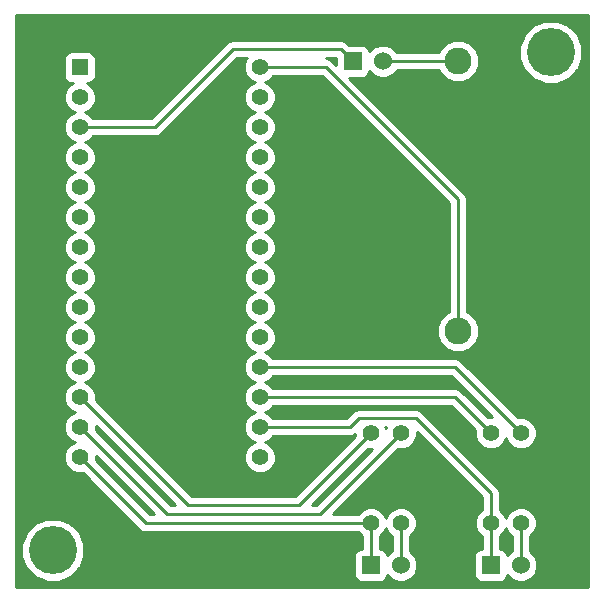
<source format=gbl>
From e7a6678e815b937e4658245bcd762d08d6f00e64 Mon Sep 17 00:00:00 2001
From: Trygve Laugstøl <trygvis@inamo.no>
Date: Thu, 15 Jan 2015 18:10:08 +0100
Subject: o Initial import.

---
 prototype-b/soil_moisture_board-B_Cu.gbl | 2831 ++++++++++++++++++++++++++++++
 1 file changed, 2831 insertions(+)
 create mode 100644 prototype-b/soil_moisture_board-B_Cu.gbl

(limited to 'prototype-b/soil_moisture_board-B_Cu.gbl')

diff --git a/prototype-b/soil_moisture_board-B_Cu.gbl b/prototype-b/soil_moisture_board-B_Cu.gbl
new file mode 100644
index 0000000..a02b67f
--- /dev/null
+++ b/prototype-b/soil_moisture_board-B_Cu.gbl
@@ -0,0 +1,2831 @@
+G04 (created by PCBNEW (22-Jun-2014 BZR 4027)-stable) date Wed 07 Jan 2015 20:43:52 CET*
+%MOIN*%
+G04 Gerber Fmt 3.4, Leading zero omitted, Abs format*
+%FSLAX34Y34*%
+G01*
+G70*
+G90*
+G04 APERTURE LIST*
+%ADD10C,0.00590551*%
+%ADD11R,0.055X0.055*%
+%ADD12C,0.055*%
+%ADD13R,0.06X0.06*%
+%ADD14C,0.06*%
+%ADD15C,0.09*%
+%ADD16C,0.16*%
+%ADD17C,0.01*%
+G04 APERTURE END LIST*
+G54D10*
+G54D11*
+X40800Y-33300D03*
+G54D12*
+X40800Y-34300D03*
+X40800Y-35300D03*
+X40800Y-36300D03*
+X40800Y-37300D03*
+X40800Y-38300D03*
+X40800Y-39300D03*
+X40800Y-40300D03*
+X40800Y-41300D03*
+X40800Y-42300D03*
+X40800Y-43300D03*
+X40800Y-44300D03*
+X40800Y-45300D03*
+X40800Y-46300D03*
+X46800Y-46300D03*
+X46800Y-45300D03*
+X46800Y-44300D03*
+X46800Y-43300D03*
+X46800Y-42300D03*
+X46800Y-41300D03*
+X46800Y-40300D03*
+X46800Y-39300D03*
+X46800Y-38300D03*
+X46800Y-37300D03*
+X46800Y-36300D03*
+X46800Y-35300D03*
+X46800Y-34300D03*
+X46800Y-33300D03*
+X51500Y-45500D03*
+X51500Y-48500D03*
+X50500Y-45500D03*
+X50500Y-48500D03*
+G54D13*
+X50500Y-49900D03*
+G54D14*
+X51500Y-49900D03*
+G54D12*
+X55500Y-45500D03*
+X55500Y-48500D03*
+X54500Y-45500D03*
+X54500Y-48500D03*
+G54D13*
+X49900Y-33100D03*
+G54D14*
+X50900Y-33100D03*
+G54D13*
+X54500Y-49900D03*
+G54D14*
+X55500Y-49900D03*
+G54D15*
+X53400Y-42100D03*
+X53400Y-33100D03*
+G54D16*
+X39900Y-49400D03*
+X56500Y-32800D03*
+G54D17*
+X46800Y-33300D02*
+X49000Y-33300D01*
+X53400Y-37700D02*
+X53400Y-42100D01*
+X49000Y-33300D02*
+X53400Y-37700D01*
+X40800Y-45300D02*
+X43700Y-48200D01*
+X48800Y-48200D02*
+X51500Y-45500D01*
+X43700Y-48200D02*
+X48800Y-48200D01*
+X46800Y-45300D02*
+X49800Y-45300D01*
+X54500Y-47500D02*
+X54500Y-48500D01*
+X52000Y-45000D02*
+X54500Y-47500D01*
+X50100Y-45000D02*
+X52000Y-45000D01*
+X49800Y-45300D02*
+X50100Y-45000D01*
+X54500Y-49900D02*
+X54500Y-48500D01*
+X46800Y-43300D02*
+X53300Y-43300D01*
+X53300Y-43300D02*
+X55500Y-45500D01*
+X55500Y-48500D02*
+X55500Y-49900D01*
+X50900Y-33100D02*
+X53400Y-33100D01*
+X40800Y-35300D02*
+X43300Y-35300D01*
+X49500Y-32700D02*
+X49900Y-33100D01*
+X45900Y-32700D02*
+X49500Y-32700D01*
+X43300Y-35300D02*
+X45900Y-32700D01*
+X51500Y-48500D02*
+X51500Y-49400D01*
+X51500Y-49400D02*
+X51500Y-49900D01*
+X50500Y-48500D02*
+X43000Y-48500D01*
+X43000Y-48500D02*
+X40800Y-46300D01*
+X50500Y-49400D02*
+X50500Y-49900D01*
+X50500Y-48500D02*
+X50500Y-49400D01*
+X46800Y-44300D02*
+X53300Y-44300D01*
+X53300Y-44300D02*
+X54500Y-45500D01*
+X40800Y-44300D02*
+X44400Y-47900D01*
+X48100Y-47900D02*
+X50500Y-45500D01*
+X44400Y-47900D02*
+X48100Y-47900D01*
+G54D10*
+G36*
+X43275Y-48200D02*
+X43124Y-48200D01*
+X41324Y-46400D01*
+X41325Y-46249D01*
+X43275Y-48200D01*
+X43275Y-48200D01*
+G37*
+G54D17*
+X43275Y-48200D02*
+X43124Y-48200D01*
+X41324Y-46400D01*
+X41325Y-46249D01*
+X43275Y-48200D01*
+G54D10*
+G36*
+X43975Y-47900D02*
+X43824Y-47900D01*
+X41324Y-45400D01*
+X41325Y-45249D01*
+X43975Y-47900D01*
+X43975Y-47900D01*
+G37*
+G54D17*
+X43975Y-47900D02*
+X43824Y-47900D01*
+X41324Y-45400D01*
+X41325Y-45249D01*
+X43975Y-47900D01*
+G54D10*
+G36*
+X49349Y-33225D02*
+X49212Y-33087D01*
+X49114Y-33022D01*
+X49000Y-33000D01*
+X49349Y-33000D01*
+X49349Y-33225D01*
+X49349Y-33225D01*
+G37*
+G54D17*
+X49349Y-33225D02*
+X49212Y-33087D01*
+X49114Y-33022D01*
+X49000Y-33000D01*
+X49349Y-33000D01*
+X49349Y-33225D01*
+G54D10*
+G36*
+X49974Y-45536D02*
+X49974Y-45600D01*
+X47975Y-47600D01*
+X44524Y-47600D01*
+X41324Y-44400D01*
+X41325Y-44196D01*
+X41245Y-44003D01*
+X41097Y-43855D01*
+X40971Y-43802D01*
+X41072Y-43760D01*
+X41074Y-43754D01*
+X41097Y-43745D01*
+X41244Y-43597D01*
+X41254Y-43574D01*
+X41260Y-43572D01*
+X41290Y-43487D01*
+X41324Y-43404D01*
+X41324Y-43389D01*
+X41329Y-43375D01*
+X41325Y-43285D01*
+X41325Y-43196D01*
+X41319Y-43182D01*
+X41318Y-43167D01*
+X41260Y-43027D01*
+X41254Y-43025D01*
+X41245Y-43003D01*
+X41097Y-42855D01*
+X41074Y-42845D01*
+X41072Y-42839D01*
+X40987Y-42809D01*
+X40971Y-42802D01*
+X41072Y-42760D01*
+X41074Y-42754D01*
+X41097Y-42745D01*
+X41244Y-42597D01*
+X41254Y-42574D01*
+X41260Y-42572D01*
+X41290Y-42487D01*
+X41324Y-42404D01*
+X41324Y-42389D01*
+X41329Y-42375D01*
+X41325Y-42285D01*
+X41325Y-42196D01*
+X41319Y-42182D01*
+X41318Y-42167D01*
+X41260Y-42027D01*
+X41254Y-42025D01*
+X41245Y-42003D01*
+X41097Y-41855D01*
+X41074Y-41845D01*
+X41072Y-41839D01*
+X40987Y-41809D01*
+X40971Y-41802D01*
+X41072Y-41760D01*
+X41074Y-41754D01*
+X41097Y-41745D01*
+X41244Y-41597D01*
+X41254Y-41574D01*
+X41260Y-41572D01*
+X41290Y-41487D01*
+X41324Y-41404D01*
+X41324Y-41389D01*
+X41329Y-41375D01*
+X41325Y-41285D01*
+X41325Y-41196D01*
+X41319Y-41182D01*
+X41318Y-41167D01*
+X41260Y-41027D01*
+X41254Y-41025D01*
+X41245Y-41003D01*
+X41097Y-40855D01*
+X41074Y-40845D01*
+X41072Y-40839D01*
+X40987Y-40809D01*
+X40971Y-40802D01*
+X41072Y-40760D01*
+X41074Y-40754D01*
+X41097Y-40745D01*
+X41244Y-40597D01*
+X41254Y-40574D01*
+X41260Y-40572D01*
+X41290Y-40487D01*
+X41324Y-40404D01*
+X41324Y-40389D01*
+X41329Y-40375D01*
+X41325Y-40285D01*
+X41325Y-40196D01*
+X41319Y-40182D01*
+X41318Y-40167D01*
+X41260Y-40027D01*
+X41254Y-40025D01*
+X41245Y-40003D01*
+X41097Y-39855D01*
+X41074Y-39845D01*
+X41072Y-39839D01*
+X40987Y-39809D01*
+X40971Y-39802D01*
+X41072Y-39760D01*
+X41074Y-39754D01*
+X41097Y-39745D01*
+X41244Y-39597D01*
+X41254Y-39574D01*
+X41260Y-39572D01*
+X41290Y-39487D01*
+X41324Y-39404D01*
+X41324Y-39389D01*
+X41329Y-39375D01*
+X41325Y-39285D01*
+X41325Y-39196D01*
+X41319Y-39182D01*
+X41318Y-39167D01*
+X41260Y-39027D01*
+X41254Y-39025D01*
+X41245Y-39003D01*
+X41097Y-38855D01*
+X41074Y-38845D01*
+X41072Y-38839D01*
+X40987Y-38809D01*
+X40971Y-38802D01*
+X41072Y-38760D01*
+X41074Y-38754D01*
+X41097Y-38745D01*
+X41244Y-38597D01*
+X41254Y-38574D01*
+X41260Y-38572D01*
+X41290Y-38487D01*
+X41324Y-38404D01*
+X41324Y-38389D01*
+X41329Y-38375D01*
+X41325Y-38285D01*
+X41325Y-38196D01*
+X41319Y-38182D01*
+X41318Y-38167D01*
+X41260Y-38027D01*
+X41254Y-38025D01*
+X41245Y-38003D01*
+X41097Y-37855D01*
+X41074Y-37845D01*
+X41072Y-37839D01*
+X40987Y-37809D01*
+X40971Y-37802D01*
+X41072Y-37760D01*
+X41074Y-37754D01*
+X41097Y-37745D01*
+X41244Y-37597D01*
+X41254Y-37574D01*
+X41260Y-37572D01*
+X41290Y-37487D01*
+X41324Y-37404D01*
+X41324Y-37389D01*
+X41329Y-37375D01*
+X41325Y-37285D01*
+X41325Y-37196D01*
+X41319Y-37182D01*
+X41318Y-37167D01*
+X41260Y-37027D01*
+X41254Y-37025D01*
+X41245Y-37003D01*
+X41097Y-36855D01*
+X41074Y-36845D01*
+X41072Y-36839D01*
+X40987Y-36809D01*
+X40971Y-36802D01*
+X41072Y-36760D01*
+X41074Y-36754D01*
+X41097Y-36745D01*
+X41244Y-36597D01*
+X41254Y-36574D01*
+X41260Y-36572D01*
+X41290Y-36487D01*
+X41324Y-36404D01*
+X41324Y-36389D01*
+X41329Y-36375D01*
+X41325Y-36285D01*
+X41325Y-36196D01*
+X41319Y-36182D01*
+X41318Y-36167D01*
+X41260Y-36027D01*
+X41254Y-36025D01*
+X41245Y-36003D01*
+X41097Y-35855D01*
+X41074Y-35845D01*
+X41072Y-35839D01*
+X40987Y-35809D01*
+X40964Y-35799D01*
+X41097Y-35745D01*
+X41242Y-35600D01*
+X43300Y-35600D01*
+X43300Y-35599D01*
+X43414Y-35577D01*
+X43414Y-35577D01*
+X43512Y-35512D01*
+X46024Y-33000D01*
+X46357Y-33000D01*
+X46355Y-33002D01*
+X46275Y-33195D01*
+X46274Y-33403D01*
+X46354Y-33597D01*
+X46502Y-33744D01*
+X46635Y-33800D01*
+X46503Y-33854D01*
+X46355Y-34002D01*
+X46275Y-34195D01*
+X46274Y-34403D01*
+X46354Y-34597D01*
+X46502Y-34744D01*
+X46635Y-34800D01*
+X46503Y-34854D01*
+X46355Y-35002D01*
+X46275Y-35195D01*
+X46274Y-35403D01*
+X46354Y-35597D01*
+X46502Y-35744D01*
+X46628Y-35797D01*
+X46527Y-35839D01*
+X46525Y-35845D01*
+X46503Y-35854D01*
+X46355Y-36002D01*
+X46345Y-36025D01*
+X46339Y-36027D01*
+X46309Y-36112D01*
+X46275Y-36195D01*
+X46275Y-36210D01*
+X46270Y-36224D01*
+X46274Y-36314D01*
+X46274Y-36403D01*
+X46280Y-36417D01*
+X46281Y-36432D01*
+X46339Y-36572D01*
+X46345Y-36574D01*
+X46354Y-36597D01*
+X46502Y-36744D01*
+X46525Y-36754D01*
+X46527Y-36760D01*
+X46612Y-36790D01*
+X46628Y-36797D01*
+X46527Y-36839D01*
+X46525Y-36845D01*
+X46503Y-36854D01*
+X46355Y-37002D01*
+X46345Y-37025D01*
+X46339Y-37027D01*
+X46309Y-37112D01*
+X46275Y-37195D01*
+X46275Y-37210D01*
+X46270Y-37224D01*
+X46274Y-37314D01*
+X46274Y-37403D01*
+X46280Y-37417D01*
+X46281Y-37432D01*
+X46339Y-37572D01*
+X46345Y-37574D01*
+X46354Y-37597D01*
+X46502Y-37744D01*
+X46525Y-37754D01*
+X46527Y-37760D01*
+X46612Y-37790D01*
+X46628Y-37797D01*
+X46527Y-37839D01*
+X46525Y-37845D01*
+X46503Y-37854D01*
+X46355Y-38002D01*
+X46345Y-38025D01*
+X46339Y-38027D01*
+X46309Y-38112D01*
+X46275Y-38195D01*
+X46275Y-38210D01*
+X46270Y-38224D01*
+X46274Y-38314D01*
+X46274Y-38403D01*
+X46280Y-38417D01*
+X46281Y-38432D01*
+X46339Y-38572D01*
+X46345Y-38574D01*
+X46354Y-38597D01*
+X46502Y-38744D01*
+X46525Y-38754D01*
+X46527Y-38760D01*
+X46612Y-38790D01*
+X46628Y-38797D01*
+X46527Y-38839D01*
+X46525Y-38845D01*
+X46503Y-38854D01*
+X46355Y-39002D01*
+X46345Y-39025D01*
+X46339Y-39027D01*
+X46309Y-39112D01*
+X46275Y-39195D01*
+X46275Y-39210D01*
+X46270Y-39224D01*
+X46274Y-39314D01*
+X46274Y-39403D01*
+X46280Y-39417D01*
+X46281Y-39432D01*
+X46339Y-39572D01*
+X46345Y-39574D01*
+X46354Y-39597D01*
+X46502Y-39744D01*
+X46525Y-39754D01*
+X46527Y-39760D01*
+X46612Y-39790D01*
+X46628Y-39797D01*
+X46527Y-39839D01*
+X46525Y-39845D01*
+X46503Y-39854D01*
+X46355Y-40002D01*
+X46345Y-40025D01*
+X46339Y-40027D01*
+X46309Y-40112D01*
+X46275Y-40195D01*
+X46275Y-40210D01*
+X46270Y-40224D01*
+X46274Y-40314D01*
+X46274Y-40403D01*
+X46280Y-40417D01*
+X46281Y-40432D01*
+X46339Y-40572D01*
+X46345Y-40574D01*
+X46354Y-40597D01*
+X46502Y-40744D01*
+X46525Y-40754D01*
+X46527Y-40760D01*
+X46612Y-40790D01*
+X46628Y-40797D01*
+X46527Y-40839D01*
+X46525Y-40845D01*
+X46503Y-40854D01*
+X46355Y-41002D01*
+X46345Y-41025D01*
+X46339Y-41027D01*
+X46309Y-41112D01*
+X46275Y-41195D01*
+X46275Y-41210D01*
+X46270Y-41224D01*
+X46274Y-41314D01*
+X46274Y-41403D01*
+X46280Y-41417D01*
+X46281Y-41432D01*
+X46339Y-41572D01*
+X46345Y-41574D01*
+X46354Y-41597D01*
+X46502Y-41744D01*
+X46525Y-41754D01*
+X46527Y-41760D01*
+X46612Y-41790D01*
+X46628Y-41797D01*
+X46527Y-41839D01*
+X46525Y-41845D01*
+X46503Y-41854D01*
+X46355Y-42002D01*
+X46345Y-42025D01*
+X46339Y-42027D01*
+X46309Y-42112D01*
+X46275Y-42195D01*
+X46275Y-42210D01*
+X46270Y-42224D01*
+X46274Y-42314D01*
+X46274Y-42403D01*
+X46280Y-42417D01*
+X46281Y-42432D01*
+X46339Y-42572D01*
+X46345Y-42574D01*
+X46354Y-42597D01*
+X46502Y-42744D01*
+X46525Y-42754D01*
+X46527Y-42760D01*
+X46612Y-42790D01*
+X46635Y-42800D01*
+X46503Y-42854D01*
+X46355Y-43002D01*
+X46275Y-43195D01*
+X46274Y-43403D01*
+X46354Y-43597D01*
+X46502Y-43744D01*
+X46635Y-43800D01*
+X46503Y-43854D01*
+X46355Y-44002D01*
+X46275Y-44195D01*
+X46274Y-44403D01*
+X46354Y-44597D01*
+X46502Y-44744D01*
+X46635Y-44800D01*
+X46503Y-44854D01*
+X46355Y-45002D01*
+X46275Y-45195D01*
+X46274Y-45403D01*
+X46354Y-45597D01*
+X46502Y-45744D01*
+X46628Y-45797D01*
+X46527Y-45839D01*
+X46525Y-45845D01*
+X46503Y-45854D01*
+X46355Y-46002D01*
+X46345Y-46025D01*
+X46339Y-46027D01*
+X46309Y-46112D01*
+X46275Y-46195D01*
+X46275Y-46210D01*
+X46270Y-46224D01*
+X46274Y-46314D01*
+X46274Y-46403D01*
+X46280Y-46417D01*
+X46281Y-46432D01*
+X46339Y-46572D01*
+X46345Y-46574D01*
+X46354Y-46597D01*
+X46502Y-46744D01*
+X46525Y-46754D01*
+X46527Y-46760D01*
+X46612Y-46790D01*
+X46695Y-46824D01*
+X46710Y-46824D01*
+X46724Y-46829D01*
+X46814Y-46825D01*
+X46903Y-46825D01*
+X46917Y-46819D01*
+X46932Y-46818D01*
+X47072Y-46760D01*
+X47074Y-46754D01*
+X47097Y-46745D01*
+X47244Y-46597D01*
+X47254Y-46574D01*
+X47260Y-46572D01*
+X47290Y-46487D01*
+X47324Y-46404D01*
+X47324Y-46389D01*
+X47329Y-46375D01*
+X47325Y-46285D01*
+X47325Y-46196D01*
+X47319Y-46182D01*
+X47318Y-46167D01*
+X47260Y-46027D01*
+X47254Y-46025D01*
+X47245Y-46003D01*
+X47097Y-45855D01*
+X47074Y-45845D01*
+X47072Y-45839D01*
+X46987Y-45809D01*
+X46964Y-45799D01*
+X47097Y-45745D01*
+X47242Y-45600D01*
+X49800Y-45600D01*
+X49800Y-45599D01*
+X49914Y-45577D01*
+X49914Y-45577D01*
+X49974Y-45536D01*
+X49974Y-45536D01*
+G37*
+G54D17*
+X49974Y-45536D02*
+X49974Y-45600D01*
+X47975Y-47600D01*
+X44524Y-47600D01*
+X41324Y-44400D01*
+X41325Y-44196D01*
+X41245Y-44003D01*
+X41097Y-43855D01*
+X40971Y-43802D01*
+X41072Y-43760D01*
+X41074Y-43754D01*
+X41097Y-43745D01*
+X41244Y-43597D01*
+X41254Y-43574D01*
+X41260Y-43572D01*
+X41290Y-43487D01*
+X41324Y-43404D01*
+X41324Y-43389D01*
+X41329Y-43375D01*
+X41325Y-43285D01*
+X41325Y-43196D01*
+X41319Y-43182D01*
+X41318Y-43167D01*
+X41260Y-43027D01*
+X41254Y-43025D01*
+X41245Y-43003D01*
+X41097Y-42855D01*
+X41074Y-42845D01*
+X41072Y-42839D01*
+X40987Y-42809D01*
+X40971Y-42802D01*
+X41072Y-42760D01*
+X41074Y-42754D01*
+X41097Y-42745D01*
+X41244Y-42597D01*
+X41254Y-42574D01*
+X41260Y-42572D01*
+X41290Y-42487D01*
+X41324Y-42404D01*
+X41324Y-42389D01*
+X41329Y-42375D01*
+X41325Y-42285D01*
+X41325Y-42196D01*
+X41319Y-42182D01*
+X41318Y-42167D01*
+X41260Y-42027D01*
+X41254Y-42025D01*
+X41245Y-42003D01*
+X41097Y-41855D01*
+X41074Y-41845D01*
+X41072Y-41839D01*
+X40987Y-41809D01*
+X40971Y-41802D01*
+X41072Y-41760D01*
+X41074Y-41754D01*
+X41097Y-41745D01*
+X41244Y-41597D01*
+X41254Y-41574D01*
+X41260Y-41572D01*
+X41290Y-41487D01*
+X41324Y-41404D01*
+X41324Y-41389D01*
+X41329Y-41375D01*
+X41325Y-41285D01*
+X41325Y-41196D01*
+X41319Y-41182D01*
+X41318Y-41167D01*
+X41260Y-41027D01*
+X41254Y-41025D01*
+X41245Y-41003D01*
+X41097Y-40855D01*
+X41074Y-40845D01*
+X41072Y-40839D01*
+X40987Y-40809D01*
+X40971Y-40802D01*
+X41072Y-40760D01*
+X41074Y-40754D01*
+X41097Y-40745D01*
+X41244Y-40597D01*
+X41254Y-40574D01*
+X41260Y-40572D01*
+X41290Y-40487D01*
+X41324Y-40404D01*
+X41324Y-40389D01*
+X41329Y-40375D01*
+X41325Y-40285D01*
+X41325Y-40196D01*
+X41319Y-40182D01*
+X41318Y-40167D01*
+X41260Y-40027D01*
+X41254Y-40025D01*
+X41245Y-40003D01*
+X41097Y-39855D01*
+X41074Y-39845D01*
+X41072Y-39839D01*
+X40987Y-39809D01*
+X40971Y-39802D01*
+X41072Y-39760D01*
+X41074Y-39754D01*
+X41097Y-39745D01*
+X41244Y-39597D01*
+X41254Y-39574D01*
+X41260Y-39572D01*
+X41290Y-39487D01*
+X41324Y-39404D01*
+X41324Y-39389D01*
+X41329Y-39375D01*
+X41325Y-39285D01*
+X41325Y-39196D01*
+X41319Y-39182D01*
+X41318Y-39167D01*
+X41260Y-39027D01*
+X41254Y-39025D01*
+X41245Y-39003D01*
+X41097Y-38855D01*
+X41074Y-38845D01*
+X41072Y-38839D01*
+X40987Y-38809D01*
+X40971Y-38802D01*
+X41072Y-38760D01*
+X41074Y-38754D01*
+X41097Y-38745D01*
+X41244Y-38597D01*
+X41254Y-38574D01*
+X41260Y-38572D01*
+X41290Y-38487D01*
+X41324Y-38404D01*
+X41324Y-38389D01*
+X41329Y-38375D01*
+X41325Y-38285D01*
+X41325Y-38196D01*
+X41319Y-38182D01*
+X41318Y-38167D01*
+X41260Y-38027D01*
+X41254Y-38025D01*
+X41245Y-38003D01*
+X41097Y-37855D01*
+X41074Y-37845D01*
+X41072Y-37839D01*
+X40987Y-37809D01*
+X40971Y-37802D01*
+X41072Y-37760D01*
+X41074Y-37754D01*
+X41097Y-37745D01*
+X41244Y-37597D01*
+X41254Y-37574D01*
+X41260Y-37572D01*
+X41290Y-37487D01*
+X41324Y-37404D01*
+X41324Y-37389D01*
+X41329Y-37375D01*
+X41325Y-37285D01*
+X41325Y-37196D01*
+X41319Y-37182D01*
+X41318Y-37167D01*
+X41260Y-37027D01*
+X41254Y-37025D01*
+X41245Y-37003D01*
+X41097Y-36855D01*
+X41074Y-36845D01*
+X41072Y-36839D01*
+X40987Y-36809D01*
+X40971Y-36802D01*
+X41072Y-36760D01*
+X41074Y-36754D01*
+X41097Y-36745D01*
+X41244Y-36597D01*
+X41254Y-36574D01*
+X41260Y-36572D01*
+X41290Y-36487D01*
+X41324Y-36404D01*
+X41324Y-36389D01*
+X41329Y-36375D01*
+X41325Y-36285D01*
+X41325Y-36196D01*
+X41319Y-36182D01*
+X41318Y-36167D01*
+X41260Y-36027D01*
+X41254Y-36025D01*
+X41245Y-36003D01*
+X41097Y-35855D01*
+X41074Y-35845D01*
+X41072Y-35839D01*
+X40987Y-35809D01*
+X40964Y-35799D01*
+X41097Y-35745D01*
+X41242Y-35600D01*
+X43300Y-35600D01*
+X43300Y-35599D01*
+X43414Y-35577D01*
+X43414Y-35577D01*
+X43512Y-35512D01*
+X46024Y-33000D01*
+X46357Y-33000D01*
+X46355Y-33002D01*
+X46275Y-33195D01*
+X46274Y-33403D01*
+X46354Y-33597D01*
+X46502Y-33744D01*
+X46635Y-33800D01*
+X46503Y-33854D01*
+X46355Y-34002D01*
+X46275Y-34195D01*
+X46274Y-34403D01*
+X46354Y-34597D01*
+X46502Y-34744D01*
+X46635Y-34800D01*
+X46503Y-34854D01*
+X46355Y-35002D01*
+X46275Y-35195D01*
+X46274Y-35403D01*
+X46354Y-35597D01*
+X46502Y-35744D01*
+X46628Y-35797D01*
+X46527Y-35839D01*
+X46525Y-35845D01*
+X46503Y-35854D01*
+X46355Y-36002D01*
+X46345Y-36025D01*
+X46339Y-36027D01*
+X46309Y-36112D01*
+X46275Y-36195D01*
+X46275Y-36210D01*
+X46270Y-36224D01*
+X46274Y-36314D01*
+X46274Y-36403D01*
+X46280Y-36417D01*
+X46281Y-36432D01*
+X46339Y-36572D01*
+X46345Y-36574D01*
+X46354Y-36597D01*
+X46502Y-36744D01*
+X46525Y-36754D01*
+X46527Y-36760D01*
+X46612Y-36790D01*
+X46628Y-36797D01*
+X46527Y-36839D01*
+X46525Y-36845D01*
+X46503Y-36854D01*
+X46355Y-37002D01*
+X46345Y-37025D01*
+X46339Y-37027D01*
+X46309Y-37112D01*
+X46275Y-37195D01*
+X46275Y-37210D01*
+X46270Y-37224D01*
+X46274Y-37314D01*
+X46274Y-37403D01*
+X46280Y-37417D01*
+X46281Y-37432D01*
+X46339Y-37572D01*
+X46345Y-37574D01*
+X46354Y-37597D01*
+X46502Y-37744D01*
+X46525Y-37754D01*
+X46527Y-37760D01*
+X46612Y-37790D01*
+X46628Y-37797D01*
+X46527Y-37839D01*
+X46525Y-37845D01*
+X46503Y-37854D01*
+X46355Y-38002D01*
+X46345Y-38025D01*
+X46339Y-38027D01*
+X46309Y-38112D01*
+X46275Y-38195D01*
+X46275Y-38210D01*
+X46270Y-38224D01*
+X46274Y-38314D01*
+X46274Y-38403D01*
+X46280Y-38417D01*
+X46281Y-38432D01*
+X46339Y-38572D01*
+X46345Y-38574D01*
+X46354Y-38597D01*
+X46502Y-38744D01*
+X46525Y-38754D01*
+X46527Y-38760D01*
+X46612Y-38790D01*
+X46628Y-38797D01*
+X46527Y-38839D01*
+X46525Y-38845D01*
+X46503Y-38854D01*
+X46355Y-39002D01*
+X46345Y-39025D01*
+X46339Y-39027D01*
+X46309Y-39112D01*
+X46275Y-39195D01*
+X46275Y-39210D01*
+X46270Y-39224D01*
+X46274Y-39314D01*
+X46274Y-39403D01*
+X46280Y-39417D01*
+X46281Y-39432D01*
+X46339Y-39572D01*
+X46345Y-39574D01*
+X46354Y-39597D01*
+X46502Y-39744D01*
+X46525Y-39754D01*
+X46527Y-39760D01*
+X46612Y-39790D01*
+X46628Y-39797D01*
+X46527Y-39839D01*
+X46525Y-39845D01*
+X46503Y-39854D01*
+X46355Y-40002D01*
+X46345Y-40025D01*
+X46339Y-40027D01*
+X46309Y-40112D01*
+X46275Y-40195D01*
+X46275Y-40210D01*
+X46270Y-40224D01*
+X46274Y-40314D01*
+X46274Y-40403D01*
+X46280Y-40417D01*
+X46281Y-40432D01*
+X46339Y-40572D01*
+X46345Y-40574D01*
+X46354Y-40597D01*
+X46502Y-40744D01*
+X46525Y-40754D01*
+X46527Y-40760D01*
+X46612Y-40790D01*
+X46628Y-40797D01*
+X46527Y-40839D01*
+X46525Y-40845D01*
+X46503Y-40854D01*
+X46355Y-41002D01*
+X46345Y-41025D01*
+X46339Y-41027D01*
+X46309Y-41112D01*
+X46275Y-41195D01*
+X46275Y-41210D01*
+X46270Y-41224D01*
+X46274Y-41314D01*
+X46274Y-41403D01*
+X46280Y-41417D01*
+X46281Y-41432D01*
+X46339Y-41572D01*
+X46345Y-41574D01*
+X46354Y-41597D01*
+X46502Y-41744D01*
+X46525Y-41754D01*
+X46527Y-41760D01*
+X46612Y-41790D01*
+X46628Y-41797D01*
+X46527Y-41839D01*
+X46525Y-41845D01*
+X46503Y-41854D01*
+X46355Y-42002D01*
+X46345Y-42025D01*
+X46339Y-42027D01*
+X46309Y-42112D01*
+X46275Y-42195D01*
+X46275Y-42210D01*
+X46270Y-42224D01*
+X46274Y-42314D01*
+X46274Y-42403D01*
+X46280Y-42417D01*
+X46281Y-42432D01*
+X46339Y-42572D01*
+X46345Y-42574D01*
+X46354Y-42597D01*
+X46502Y-42744D01*
+X46525Y-42754D01*
+X46527Y-42760D01*
+X46612Y-42790D01*
+X46635Y-42800D01*
+X46503Y-42854D01*
+X46355Y-43002D01*
+X46275Y-43195D01*
+X46274Y-43403D01*
+X46354Y-43597D01*
+X46502Y-43744D01*
+X46635Y-43800D01*
+X46503Y-43854D01*
+X46355Y-44002D01*
+X46275Y-44195D01*
+X46274Y-44403D01*
+X46354Y-44597D01*
+X46502Y-44744D01*
+X46635Y-44800D01*
+X46503Y-44854D01*
+X46355Y-45002D01*
+X46275Y-45195D01*
+X46274Y-45403D01*
+X46354Y-45597D01*
+X46502Y-45744D01*
+X46628Y-45797D01*
+X46527Y-45839D01*
+X46525Y-45845D01*
+X46503Y-45854D01*
+X46355Y-46002D01*
+X46345Y-46025D01*
+X46339Y-46027D01*
+X46309Y-46112D01*
+X46275Y-46195D01*
+X46275Y-46210D01*
+X46270Y-46224D01*
+X46274Y-46314D01*
+X46274Y-46403D01*
+X46280Y-46417D01*
+X46281Y-46432D01*
+X46339Y-46572D01*
+X46345Y-46574D01*
+X46354Y-46597D01*
+X46502Y-46744D01*
+X46525Y-46754D01*
+X46527Y-46760D01*
+X46612Y-46790D01*
+X46695Y-46824D01*
+X46710Y-46824D01*
+X46724Y-46829D01*
+X46814Y-46825D01*
+X46903Y-46825D01*
+X46917Y-46819D01*
+X46932Y-46818D01*
+X47072Y-46760D01*
+X47074Y-46754D01*
+X47097Y-46745D01*
+X47244Y-46597D01*
+X47254Y-46574D01*
+X47260Y-46572D01*
+X47290Y-46487D01*
+X47324Y-46404D01*
+X47324Y-46389D01*
+X47329Y-46375D01*
+X47325Y-46285D01*
+X47325Y-46196D01*
+X47319Y-46182D01*
+X47318Y-46167D01*
+X47260Y-46027D01*
+X47254Y-46025D01*
+X47245Y-46003D01*
+X47097Y-45855D01*
+X47074Y-45845D01*
+X47072Y-45839D01*
+X46987Y-45809D01*
+X46964Y-45799D01*
+X47097Y-45745D01*
+X47242Y-45600D01*
+X49800Y-45600D01*
+X49800Y-45599D01*
+X49914Y-45577D01*
+X49914Y-45577D01*
+X49974Y-45536D01*
+G54D10*
+G36*
+X50550Y-46025D02*
+X48675Y-47900D01*
+X48524Y-47900D01*
+X50399Y-46024D01*
+X50550Y-46025D01*
+X50550Y-46025D01*
+G37*
+G54D17*
+X50550Y-46025D02*
+X48675Y-47900D01*
+X48524Y-47900D01*
+X50399Y-46024D01*
+X50550Y-46025D01*
+G54D10*
+G36*
+X51014Y-45300D02*
+X50999Y-45335D01*
+X50985Y-45300D01*
+X51014Y-45300D01*
+X51014Y-45300D01*
+G37*
+G54D17*
+X51014Y-45300D02*
+X50999Y-45335D01*
+X50985Y-45300D01*
+X51014Y-45300D01*
+G54D10*
+G36*
+X51200Y-49428D02*
+X51188Y-49433D01*
+X51050Y-49572D01*
+X51050Y-49550D01*
+X51012Y-49458D01*
+X50941Y-49388D01*
+X50849Y-49350D01*
+X50800Y-49350D01*
+X50800Y-48942D01*
+X50944Y-48797D01*
+X51000Y-48664D01*
+X51054Y-48797D01*
+X51200Y-48942D01*
+X51200Y-49400D01*
+X51200Y-49428D01*
+X51200Y-49428D01*
+G37*
+G54D17*
+X51200Y-49428D02*
+X51188Y-49433D01*
+X51050Y-49572D01*
+X51050Y-49550D01*
+X51012Y-49458D01*
+X50941Y-49388D01*
+X50849Y-49350D01*
+X50800Y-49350D01*
+X50800Y-48942D01*
+X50944Y-48797D01*
+X51000Y-48664D01*
+X51054Y-48797D01*
+X51200Y-48942D01*
+X51200Y-49400D01*
+X51200Y-49428D01*
+G54D10*
+G36*
+X54550Y-44975D02*
+X54399Y-44974D01*
+X53512Y-44087D01*
+X53414Y-44022D01*
+X53300Y-44000D01*
+X47242Y-44000D01*
+X47097Y-43855D01*
+X46964Y-43799D01*
+X47097Y-43745D01*
+X47242Y-43600D01*
+X53175Y-43600D01*
+X54550Y-44975D01*
+X54550Y-44975D01*
+G37*
+G54D17*
+X54550Y-44975D02*
+X54399Y-44974D01*
+X53512Y-44087D01*
+X53414Y-44022D01*
+X53300Y-44000D01*
+X47242Y-44000D01*
+X47097Y-43855D01*
+X46964Y-43799D01*
+X47097Y-43745D01*
+X47242Y-43600D01*
+X53175Y-43600D01*
+X54550Y-44975D01*
+G54D10*
+G36*
+X55200Y-49428D02*
+X55188Y-49433D01*
+X55050Y-49572D01*
+X55050Y-49550D01*
+X55012Y-49458D01*
+X54941Y-49388D01*
+X54849Y-49350D01*
+X54800Y-49350D01*
+X54800Y-48942D01*
+X54944Y-48797D01*
+X55000Y-48664D01*
+X55054Y-48797D01*
+X55200Y-48942D01*
+X55200Y-49428D01*
+X55200Y-49428D01*
+G37*
+G54D17*
+X55200Y-49428D02*
+X55188Y-49433D01*
+X55050Y-49572D01*
+X55050Y-49550D01*
+X55012Y-49458D01*
+X54941Y-49388D01*
+X54849Y-49350D01*
+X54800Y-49350D01*
+X54800Y-48942D01*
+X54944Y-48797D01*
+X55000Y-48664D01*
+X55054Y-48797D01*
+X55200Y-48942D01*
+X55200Y-49428D01*
+G54D10*
+G36*
+X57730Y-50630D02*
+X57551Y-50630D01*
+X57551Y-33001D01*
+X57550Y-32796D01*
+X57550Y-32592D01*
+X57548Y-32587D01*
+X57548Y-32583D01*
+X57394Y-32211D01*
+X57392Y-32210D01*
+X57390Y-32206D01*
+X57095Y-31910D01*
+X57089Y-31907D01*
+X57088Y-31905D01*
+X56898Y-31828D01*
+X56709Y-31750D01*
+X56705Y-31750D01*
+X56701Y-31748D01*
+X56496Y-31749D01*
+X56292Y-31749D01*
+X56287Y-31751D01*
+X56283Y-31751D01*
+X55911Y-31905D01*
+X55910Y-31907D01*
+X55906Y-31909D01*
+X55610Y-32204D01*
+X55607Y-32210D01*
+X55605Y-32211D01*
+X55528Y-32401D01*
+X55450Y-32590D01*
+X55450Y-32594D01*
+X55448Y-32598D01*
+X55449Y-32803D01*
+X55449Y-33007D01*
+X55451Y-33012D01*
+X55451Y-33016D01*
+X55605Y-33388D01*
+X55607Y-33389D01*
+X55609Y-33394D01*
+X55904Y-33689D01*
+X55910Y-33692D01*
+X55911Y-33694D01*
+X56101Y-33771D01*
+X56290Y-33849D01*
+X56294Y-33849D01*
+X56298Y-33851D01*
+X56503Y-33850D01*
+X56707Y-33850D01*
+X56712Y-33848D01*
+X56716Y-33848D01*
+X57088Y-33694D01*
+X57089Y-33692D01*
+X57094Y-33690D01*
+X57389Y-33395D01*
+X57392Y-33389D01*
+X57394Y-33388D01*
+X57471Y-33198D01*
+X57549Y-33009D01*
+X57549Y-33005D01*
+X57551Y-33001D01*
+X57551Y-50630D01*
+X56050Y-50630D01*
+X56050Y-49791D01*
+X55966Y-49588D01*
+X55811Y-49434D01*
+X55800Y-49429D01*
+X55800Y-48942D01*
+X55944Y-48797D01*
+X56024Y-48604D01*
+X56025Y-48396D01*
+X55945Y-48203D01*
+X55797Y-48055D01*
+X55604Y-47975D01*
+X55396Y-47974D01*
+X55203Y-48054D01*
+X55055Y-48202D01*
+X54999Y-48335D01*
+X54945Y-48203D01*
+X54800Y-48057D01*
+X54800Y-47500D01*
+X54777Y-47385D01*
+X54712Y-47287D01*
+X52212Y-44787D01*
+X52114Y-44722D01*
+X52000Y-44700D01*
+X50100Y-44700D01*
+X49985Y-44722D01*
+X49887Y-44787D01*
+X49675Y-45000D01*
+X47242Y-45000D01*
+X47097Y-44855D01*
+X46964Y-44799D01*
+X47097Y-44745D01*
+X47242Y-44600D01*
+X53175Y-44600D01*
+X53975Y-45399D01*
+X53974Y-45603D01*
+X54054Y-45797D01*
+X54202Y-45944D01*
+X54395Y-46024D01*
+X54603Y-46025D01*
+X54797Y-45945D01*
+X54944Y-45797D01*
+X55000Y-45664D01*
+X55054Y-45797D01*
+X55202Y-45944D01*
+X55395Y-46024D01*
+X55603Y-46025D01*
+X55797Y-45945D01*
+X55944Y-45797D01*
+X56024Y-45604D01*
+X56025Y-45396D01*
+X55945Y-45203D01*
+X55797Y-45055D01*
+X55604Y-44975D01*
+X55399Y-44974D01*
+X53512Y-43087D01*
+X53414Y-43022D01*
+X53300Y-43000D01*
+X47242Y-43000D01*
+X47097Y-42855D01*
+X46971Y-42802D01*
+X47072Y-42760D01*
+X47074Y-42754D01*
+X47097Y-42745D01*
+X47244Y-42597D01*
+X47254Y-42574D01*
+X47260Y-42572D01*
+X47290Y-42487D01*
+X47324Y-42404D01*
+X47324Y-42389D01*
+X47329Y-42375D01*
+X47325Y-42285D01*
+X47325Y-42196D01*
+X47319Y-42182D01*
+X47318Y-42167D01*
+X47260Y-42027D01*
+X47254Y-42025D01*
+X47245Y-42003D01*
+X47097Y-41855D01*
+X47074Y-41845D01*
+X47072Y-41839D01*
+X46987Y-41809D01*
+X46971Y-41802D01*
+X47072Y-41760D01*
+X47074Y-41754D01*
+X47097Y-41745D01*
+X47244Y-41597D01*
+X47254Y-41574D01*
+X47260Y-41572D01*
+X47290Y-41487D01*
+X47324Y-41404D01*
+X47324Y-41389D01*
+X47329Y-41375D01*
+X47325Y-41285D01*
+X47325Y-41196D01*
+X47319Y-41182D01*
+X47318Y-41167D01*
+X47260Y-41027D01*
+X47254Y-41025D01*
+X47245Y-41003D01*
+X47097Y-40855D01*
+X47074Y-40845D01*
+X47072Y-40839D01*
+X46987Y-40809D01*
+X46971Y-40802D01*
+X47072Y-40760D01*
+X47074Y-40754D01*
+X47097Y-40745D01*
+X47244Y-40597D01*
+X47254Y-40574D01*
+X47260Y-40572D01*
+X47290Y-40487D01*
+X47324Y-40404D01*
+X47324Y-40389D01*
+X47329Y-40375D01*
+X47325Y-40285D01*
+X47325Y-40196D01*
+X47319Y-40182D01*
+X47318Y-40167D01*
+X47260Y-40027D01*
+X47254Y-40025D01*
+X47245Y-40003D01*
+X47097Y-39855D01*
+X47074Y-39845D01*
+X47072Y-39839D01*
+X46987Y-39809D01*
+X46971Y-39802D01*
+X47072Y-39760D01*
+X47074Y-39754D01*
+X47097Y-39745D01*
+X47244Y-39597D01*
+X47254Y-39574D01*
+X47260Y-39572D01*
+X47290Y-39487D01*
+X47324Y-39404D01*
+X47324Y-39389D01*
+X47329Y-39375D01*
+X47325Y-39285D01*
+X47325Y-39196D01*
+X47319Y-39182D01*
+X47318Y-39167D01*
+X47260Y-39027D01*
+X47254Y-39025D01*
+X47245Y-39003D01*
+X47097Y-38855D01*
+X47074Y-38845D01*
+X47072Y-38839D01*
+X46987Y-38809D01*
+X46971Y-38802D01*
+X47072Y-38760D01*
+X47074Y-38754D01*
+X47097Y-38745D01*
+X47244Y-38597D01*
+X47254Y-38574D01*
+X47260Y-38572D01*
+X47290Y-38487D01*
+X47324Y-38404D01*
+X47324Y-38389D01*
+X47329Y-38375D01*
+X47325Y-38285D01*
+X47325Y-38196D01*
+X47319Y-38182D01*
+X47318Y-38167D01*
+X47260Y-38027D01*
+X47254Y-38025D01*
+X47245Y-38003D01*
+X47097Y-37855D01*
+X47074Y-37845D01*
+X47072Y-37839D01*
+X46987Y-37809D01*
+X46971Y-37802D01*
+X47072Y-37760D01*
+X47074Y-37754D01*
+X47097Y-37745D01*
+X47244Y-37597D01*
+X47254Y-37574D01*
+X47260Y-37572D01*
+X47290Y-37487D01*
+X47324Y-37404D01*
+X47324Y-37389D01*
+X47329Y-37375D01*
+X47325Y-37285D01*
+X47325Y-37196D01*
+X47319Y-37182D01*
+X47318Y-37167D01*
+X47260Y-37027D01*
+X47254Y-37025D01*
+X47245Y-37003D01*
+X47097Y-36855D01*
+X47074Y-36845D01*
+X47072Y-36839D01*
+X46987Y-36809D01*
+X46971Y-36802D01*
+X47072Y-36760D01*
+X47074Y-36754D01*
+X47097Y-36745D01*
+X47244Y-36597D01*
+X47254Y-36574D01*
+X47260Y-36572D01*
+X47290Y-36487D01*
+X47324Y-36404D01*
+X47324Y-36389D01*
+X47329Y-36375D01*
+X47325Y-36285D01*
+X47325Y-36196D01*
+X47319Y-36182D01*
+X47318Y-36167D01*
+X47260Y-36027D01*
+X47254Y-36025D01*
+X47245Y-36003D01*
+X47097Y-35855D01*
+X47074Y-35845D01*
+X47072Y-35839D01*
+X46987Y-35809D01*
+X46964Y-35799D01*
+X47097Y-35745D01*
+X47244Y-35597D01*
+X47324Y-35404D01*
+X47325Y-35196D01*
+X47245Y-35003D01*
+X47097Y-34855D01*
+X46964Y-34799D01*
+X47097Y-34745D01*
+X47244Y-34597D01*
+X47324Y-34404D01*
+X47325Y-34196D01*
+X47245Y-34003D01*
+X47097Y-33855D01*
+X46964Y-33799D01*
+X47097Y-33745D01*
+X47242Y-33600D01*
+X48875Y-33600D01*
+X53100Y-37824D01*
+X53100Y-41466D01*
+X53004Y-41506D01*
+X52806Y-41702D01*
+X52700Y-41960D01*
+X52699Y-42238D01*
+X52806Y-42496D01*
+X53002Y-42693D01*
+X53260Y-42799D01*
+X53538Y-42800D01*
+X53796Y-42693D01*
+X53993Y-42497D01*
+X54099Y-42239D01*
+X54100Y-41961D01*
+X53993Y-41704D01*
+X53797Y-41506D01*
+X53700Y-41466D01*
+X53700Y-37700D01*
+X53699Y-37699D01*
+X53677Y-37585D01*
+X53612Y-37487D01*
+X53612Y-37487D01*
+X49774Y-33650D01*
+X50249Y-33650D01*
+X50341Y-33612D01*
+X50411Y-33541D01*
+X50449Y-33449D01*
+X50449Y-33427D01*
+X50588Y-33565D01*
+X50790Y-33649D01*
+X51008Y-33650D01*
+X51211Y-33566D01*
+X51365Y-33411D01*
+X51370Y-33400D01*
+X52766Y-33400D01*
+X52806Y-33496D01*
+X53002Y-33693D01*
+X53260Y-33799D01*
+X53538Y-33800D01*
+X53796Y-33693D01*
+X53993Y-33497D01*
+X54099Y-33239D01*
+X54100Y-32961D01*
+X53993Y-32704D01*
+X53797Y-32506D01*
+X53539Y-32400D01*
+X53261Y-32399D01*
+X53004Y-32506D01*
+X52806Y-32702D01*
+X52766Y-32800D01*
+X51371Y-32800D01*
+X51366Y-32788D01*
+X51211Y-32634D01*
+X51009Y-32550D01*
+X50791Y-32549D01*
+X50588Y-32633D01*
+X50450Y-32772D01*
+X50450Y-32750D01*
+X50412Y-32658D01*
+X50341Y-32588D01*
+X50249Y-32550D01*
+X50150Y-32549D01*
+X49774Y-32549D01*
+X49712Y-32487D01*
+X49614Y-32422D01*
+X49500Y-32400D01*
+X45900Y-32400D01*
+X45785Y-32422D01*
+X45687Y-32487D01*
+X43175Y-35000D01*
+X41242Y-35000D01*
+X41097Y-34855D01*
+X40971Y-34802D01*
+X41072Y-34760D01*
+X41074Y-34754D01*
+X41097Y-34745D01*
+X41244Y-34597D01*
+X41254Y-34574D01*
+X41260Y-34572D01*
+X41290Y-34487D01*
+X41324Y-34404D01*
+X41324Y-34389D01*
+X41329Y-34375D01*
+X41325Y-34285D01*
+X41325Y-34196D01*
+X41319Y-34182D01*
+X41318Y-34167D01*
+X41260Y-34027D01*
+X41254Y-34025D01*
+X41245Y-34003D01*
+X41097Y-33855D01*
+X41074Y-33845D01*
+X41072Y-33839D01*
+X41031Y-33825D01*
+X41124Y-33825D01*
+X41124Y-33824D01*
+X41124Y-33824D01*
+X41170Y-33805D01*
+X41216Y-33787D01*
+X41216Y-33786D01*
+X41216Y-33786D01*
+X41251Y-33751D01*
+X41286Y-33716D01*
+X41286Y-33716D01*
+X41287Y-33716D01*
+X41305Y-33670D01*
+X41324Y-33624D01*
+X41324Y-33624D01*
+X41325Y-33624D01*
+X41325Y-33544D01*
+X41325Y-33525D01*
+X41325Y-32975D01*
+X41287Y-32883D01*
+X41216Y-32813D01*
+X41124Y-32775D01*
+X41025Y-32774D01*
+X40574Y-32774D01*
+X40475Y-32774D01*
+X40475Y-32775D01*
+X40475Y-32775D01*
+X40429Y-32794D01*
+X40383Y-32812D01*
+X40383Y-32813D01*
+X40383Y-32813D01*
+X40348Y-32848D01*
+X40313Y-32883D01*
+X40313Y-32883D01*
+X40312Y-32883D01*
+X40294Y-32929D01*
+X40275Y-32975D01*
+X40275Y-32975D01*
+X40274Y-32975D01*
+X40274Y-33055D01*
+X40274Y-33074D01*
+X40274Y-33624D01*
+X40312Y-33716D01*
+X40383Y-33786D01*
+X40475Y-33824D01*
+X40562Y-33825D01*
+X40527Y-33839D01*
+X40525Y-33845D01*
+X40503Y-33854D01*
+X40355Y-34002D01*
+X40345Y-34025D01*
+X40339Y-34027D01*
+X40309Y-34112D01*
+X40275Y-34195D01*
+X40275Y-34210D01*
+X40270Y-34224D01*
+X40274Y-34314D01*
+X40274Y-34403D01*
+X40280Y-34417D01*
+X40281Y-34432D01*
+X40339Y-34572D01*
+X40345Y-34574D01*
+X40354Y-34597D01*
+X40502Y-34744D01*
+X40525Y-34754D01*
+X40527Y-34760D01*
+X40612Y-34790D01*
+X40635Y-34800D01*
+X40503Y-34854D01*
+X40355Y-35002D01*
+X40275Y-35195D01*
+X40274Y-35403D01*
+X40354Y-35597D01*
+X40502Y-35744D01*
+X40628Y-35797D01*
+X40527Y-35839D01*
+X40525Y-35845D01*
+X40503Y-35854D01*
+X40355Y-36002D01*
+X40345Y-36025D01*
+X40339Y-36027D01*
+X40309Y-36112D01*
+X40275Y-36195D01*
+X40275Y-36210D01*
+X40270Y-36224D01*
+X40274Y-36314D01*
+X40274Y-36403D01*
+X40280Y-36417D01*
+X40281Y-36432D01*
+X40339Y-36572D01*
+X40345Y-36574D01*
+X40354Y-36597D01*
+X40502Y-36744D01*
+X40525Y-36754D01*
+X40527Y-36760D01*
+X40612Y-36790D01*
+X40628Y-36797D01*
+X40527Y-36839D01*
+X40525Y-36845D01*
+X40503Y-36854D01*
+X40355Y-37002D01*
+X40345Y-37025D01*
+X40339Y-37027D01*
+X40309Y-37112D01*
+X40275Y-37195D01*
+X40275Y-37210D01*
+X40270Y-37224D01*
+X40274Y-37314D01*
+X40274Y-37403D01*
+X40280Y-37417D01*
+X40281Y-37432D01*
+X40339Y-37572D01*
+X40345Y-37574D01*
+X40354Y-37597D01*
+X40502Y-37744D01*
+X40525Y-37754D01*
+X40527Y-37760D01*
+X40612Y-37790D01*
+X40628Y-37797D01*
+X40527Y-37839D01*
+X40525Y-37845D01*
+X40503Y-37854D01*
+X40355Y-38002D01*
+X40345Y-38025D01*
+X40339Y-38027D01*
+X40309Y-38112D01*
+X40275Y-38195D01*
+X40275Y-38210D01*
+X40270Y-38224D01*
+X40274Y-38314D01*
+X40274Y-38403D01*
+X40280Y-38417D01*
+X40281Y-38432D01*
+X40339Y-38572D01*
+X40345Y-38574D01*
+X40354Y-38597D01*
+X40502Y-38744D01*
+X40525Y-38754D01*
+X40527Y-38760D01*
+X40612Y-38790D01*
+X40628Y-38797D01*
+X40527Y-38839D01*
+X40525Y-38845D01*
+X40503Y-38854D01*
+X40355Y-39002D01*
+X40345Y-39025D01*
+X40339Y-39027D01*
+X40309Y-39112D01*
+X40275Y-39195D01*
+X40275Y-39210D01*
+X40270Y-39224D01*
+X40274Y-39314D01*
+X40274Y-39403D01*
+X40280Y-39417D01*
+X40281Y-39432D01*
+X40339Y-39572D01*
+X40345Y-39574D01*
+X40354Y-39597D01*
+X40502Y-39744D01*
+X40525Y-39754D01*
+X40527Y-39760D01*
+X40612Y-39790D01*
+X40628Y-39797D01*
+X40527Y-39839D01*
+X40525Y-39845D01*
+X40503Y-39854D01*
+X40355Y-40002D01*
+X40345Y-40025D01*
+X40339Y-40027D01*
+X40309Y-40112D01*
+X40275Y-40195D01*
+X40275Y-40210D01*
+X40270Y-40224D01*
+X40274Y-40314D01*
+X40274Y-40403D01*
+X40280Y-40417D01*
+X40281Y-40432D01*
+X40339Y-40572D01*
+X40345Y-40574D01*
+X40354Y-40597D01*
+X40502Y-40744D01*
+X40525Y-40754D01*
+X40527Y-40760D01*
+X40612Y-40790D01*
+X40628Y-40797D01*
+X40527Y-40839D01*
+X40525Y-40845D01*
+X40503Y-40854D01*
+X40355Y-41002D01*
+X40345Y-41025D01*
+X40339Y-41027D01*
+X40309Y-41112D01*
+X40275Y-41195D01*
+X40275Y-41210D01*
+X40270Y-41224D01*
+X40274Y-41314D01*
+X40274Y-41403D01*
+X40280Y-41417D01*
+X40281Y-41432D01*
+X40339Y-41572D01*
+X40345Y-41574D01*
+X40354Y-41597D01*
+X40502Y-41744D01*
+X40525Y-41754D01*
+X40527Y-41760D01*
+X40612Y-41790D01*
+X40628Y-41797D01*
+X40527Y-41839D01*
+X40525Y-41845D01*
+X40503Y-41854D01*
+X40355Y-42002D01*
+X40345Y-42025D01*
+X40339Y-42027D01*
+X40309Y-42112D01*
+X40275Y-42195D01*
+X40275Y-42210D01*
+X40270Y-42224D01*
+X40274Y-42314D01*
+X40274Y-42403D01*
+X40280Y-42417D01*
+X40281Y-42432D01*
+X40339Y-42572D01*
+X40345Y-42574D01*
+X40354Y-42597D01*
+X40502Y-42744D01*
+X40525Y-42754D01*
+X40527Y-42760D01*
+X40612Y-42790D01*
+X40628Y-42797D01*
+X40527Y-42839D01*
+X40525Y-42845D01*
+X40503Y-42854D01*
+X40355Y-43002D01*
+X40345Y-43025D01*
+X40339Y-43027D01*
+X40309Y-43112D01*
+X40275Y-43195D01*
+X40275Y-43210D01*
+X40270Y-43224D01*
+X40274Y-43314D01*
+X40274Y-43403D01*
+X40280Y-43417D01*
+X40281Y-43432D01*
+X40339Y-43572D01*
+X40345Y-43574D01*
+X40354Y-43597D01*
+X40502Y-43744D01*
+X40525Y-43754D01*
+X40527Y-43760D01*
+X40612Y-43790D01*
+X40635Y-43800D01*
+X40503Y-43854D01*
+X40355Y-44002D01*
+X40275Y-44195D01*
+X40274Y-44403D01*
+X40354Y-44597D01*
+X40502Y-44744D01*
+X40635Y-44800D01*
+X40503Y-44854D01*
+X40355Y-45002D01*
+X40275Y-45195D01*
+X40274Y-45403D01*
+X40354Y-45597D01*
+X40502Y-45744D01*
+X40635Y-45800D01*
+X40503Y-45854D01*
+X40355Y-46002D01*
+X40275Y-46195D01*
+X40274Y-46403D01*
+X40354Y-46597D01*
+X40502Y-46744D01*
+X40695Y-46824D01*
+X40900Y-46825D01*
+X42787Y-48712D01*
+X42787Y-48712D01*
+X42885Y-48777D01*
+X43000Y-48800D01*
+X50057Y-48800D01*
+X50200Y-48942D01*
+X50200Y-49349D01*
+X50150Y-49349D01*
+X50058Y-49387D01*
+X49988Y-49458D01*
+X49950Y-49550D01*
+X49949Y-49649D01*
+X49949Y-50249D01*
+X49987Y-50341D01*
+X50058Y-50411D01*
+X50150Y-50449D01*
+X50249Y-50450D01*
+X50849Y-50450D01*
+X50941Y-50412D01*
+X51011Y-50341D01*
+X51049Y-50249D01*
+X51049Y-50227D01*
+X51188Y-50365D01*
+X51390Y-50449D01*
+X51608Y-50450D01*
+X51811Y-50366D01*
+X51965Y-50211D01*
+X52049Y-50009D01*
+X52050Y-49791D01*
+X51966Y-49588D01*
+X51811Y-49434D01*
+X51800Y-49429D01*
+X51800Y-49400D01*
+X51800Y-48942D01*
+X51944Y-48797D01*
+X52024Y-48604D01*
+X52025Y-48396D01*
+X51945Y-48203D01*
+X51797Y-48055D01*
+X51604Y-47975D01*
+X51396Y-47974D01*
+X51203Y-48054D01*
+X51055Y-48202D01*
+X50999Y-48335D01*
+X50945Y-48203D01*
+X50797Y-48055D01*
+X50604Y-47975D01*
+X50396Y-47974D01*
+X50203Y-48054D01*
+X50057Y-48200D01*
+X49224Y-48200D01*
+X51399Y-46024D01*
+X51603Y-46025D01*
+X51797Y-45945D01*
+X51944Y-45797D01*
+X52024Y-45604D01*
+X52025Y-45449D01*
+X54200Y-47624D01*
+X54200Y-48057D01*
+X54055Y-48202D01*
+X53975Y-48395D01*
+X53974Y-48603D01*
+X54054Y-48797D01*
+X54200Y-48942D01*
+X54200Y-49349D01*
+X54150Y-49349D01*
+X54058Y-49387D01*
+X53988Y-49458D01*
+X53950Y-49550D01*
+X53949Y-49649D01*
+X53949Y-50249D01*
+X53987Y-50341D01*
+X54058Y-50411D01*
+X54150Y-50449D01*
+X54249Y-50450D01*
+X54849Y-50450D01*
+X54941Y-50412D01*
+X55011Y-50341D01*
+X55049Y-50249D01*
+X55049Y-50227D01*
+X55188Y-50365D01*
+X55390Y-50449D01*
+X55608Y-50450D01*
+X55811Y-50366D01*
+X55965Y-50211D01*
+X56049Y-50009D01*
+X56050Y-49791D01*
+X56050Y-50630D01*
+X40951Y-50630D01*
+X40951Y-49601D01*
+X40950Y-49396D01*
+X40950Y-49192D01*
+X40948Y-49187D01*
+X40948Y-49183D01*
+X40794Y-48811D01*
+X40792Y-48810D01*
+X40790Y-48806D01*
+X40495Y-48510D01*
+X40489Y-48507D01*
+X40488Y-48505D01*
+X40298Y-48428D01*
+X40109Y-48350D01*
+X40105Y-48350D01*
+X40101Y-48348D01*
+X39896Y-48349D01*
+X39692Y-48349D01*
+X39687Y-48351D01*
+X39683Y-48351D01*
+X39311Y-48505D01*
+X39310Y-48507D01*
+X39306Y-48509D01*
+X39010Y-48804D01*
+X39007Y-48810D01*
+X39005Y-48811D01*
+X38928Y-49001D01*
+X38850Y-49190D01*
+X38850Y-49194D01*
+X38848Y-49198D01*
+X38849Y-49403D01*
+X38849Y-49607D01*
+X38851Y-49612D01*
+X38851Y-49616D01*
+X39005Y-49988D01*
+X39007Y-49989D01*
+X39009Y-49994D01*
+X39304Y-50289D01*
+X39310Y-50292D01*
+X39311Y-50294D01*
+X39501Y-50371D01*
+X39690Y-50449D01*
+X39694Y-50449D01*
+X39698Y-50451D01*
+X39903Y-50450D01*
+X40107Y-50450D01*
+X40112Y-50448D01*
+X40116Y-50448D01*
+X40488Y-50294D01*
+X40489Y-50292D01*
+X40494Y-50290D01*
+X40789Y-49995D01*
+X40792Y-49989D01*
+X40794Y-49988D01*
+X40871Y-49798D01*
+X40949Y-49609D01*
+X40949Y-49605D01*
+X40951Y-49601D01*
+X40951Y-50630D01*
+X38669Y-50630D01*
+X38669Y-31569D01*
+X57730Y-31569D01*
+X57730Y-50630D01*
+X57730Y-50630D01*
+G37*
+G54D17*
+X57730Y-50630D02*
+X57551Y-50630D01*
+X57551Y-33001D01*
+X57550Y-32796D01*
+X57550Y-32592D01*
+X57548Y-32587D01*
+X57548Y-32583D01*
+X57394Y-32211D01*
+X57392Y-32210D01*
+X57390Y-32206D01*
+X57095Y-31910D01*
+X57089Y-31907D01*
+X57088Y-31905D01*
+X56898Y-31828D01*
+X56709Y-31750D01*
+X56705Y-31750D01*
+X56701Y-31748D01*
+X56496Y-31749D01*
+X56292Y-31749D01*
+X56287Y-31751D01*
+X56283Y-31751D01*
+X55911Y-31905D01*
+X55910Y-31907D01*
+X55906Y-31909D01*
+X55610Y-32204D01*
+X55607Y-32210D01*
+X55605Y-32211D01*
+X55528Y-32401D01*
+X55450Y-32590D01*
+X55450Y-32594D01*
+X55448Y-32598D01*
+X55449Y-32803D01*
+X55449Y-33007D01*
+X55451Y-33012D01*
+X55451Y-33016D01*
+X55605Y-33388D01*
+X55607Y-33389D01*
+X55609Y-33394D01*
+X55904Y-33689D01*
+X55910Y-33692D01*
+X55911Y-33694D01*
+X56101Y-33771D01*
+X56290Y-33849D01*
+X56294Y-33849D01*
+X56298Y-33851D01*
+X56503Y-33850D01*
+X56707Y-33850D01*
+X56712Y-33848D01*
+X56716Y-33848D01*
+X57088Y-33694D01*
+X57089Y-33692D01*
+X57094Y-33690D01*
+X57389Y-33395D01*
+X57392Y-33389D01*
+X57394Y-33388D01*
+X57471Y-33198D01*
+X57549Y-33009D01*
+X57549Y-33005D01*
+X57551Y-33001D01*
+X57551Y-50630D01*
+X56050Y-50630D01*
+X56050Y-49791D01*
+X55966Y-49588D01*
+X55811Y-49434D01*
+X55800Y-49429D01*
+X55800Y-48942D01*
+X55944Y-48797D01*
+X56024Y-48604D01*
+X56025Y-48396D01*
+X55945Y-48203D01*
+X55797Y-48055D01*
+X55604Y-47975D01*
+X55396Y-47974D01*
+X55203Y-48054D01*
+X55055Y-48202D01*
+X54999Y-48335D01*
+X54945Y-48203D01*
+X54800Y-48057D01*
+X54800Y-47500D01*
+X54777Y-47385D01*
+X54712Y-47287D01*
+X52212Y-44787D01*
+X52114Y-44722D01*
+X52000Y-44700D01*
+X50100Y-44700D01*
+X49985Y-44722D01*
+X49887Y-44787D01*
+X49675Y-45000D01*
+X47242Y-45000D01*
+X47097Y-44855D01*
+X46964Y-44799D01*
+X47097Y-44745D01*
+X47242Y-44600D01*
+X53175Y-44600D01*
+X53975Y-45399D01*
+X53974Y-45603D01*
+X54054Y-45797D01*
+X54202Y-45944D01*
+X54395Y-46024D01*
+X54603Y-46025D01*
+X54797Y-45945D01*
+X54944Y-45797D01*
+X55000Y-45664D01*
+X55054Y-45797D01*
+X55202Y-45944D01*
+X55395Y-46024D01*
+X55603Y-46025D01*
+X55797Y-45945D01*
+X55944Y-45797D01*
+X56024Y-45604D01*
+X56025Y-45396D01*
+X55945Y-45203D01*
+X55797Y-45055D01*
+X55604Y-44975D01*
+X55399Y-44974D01*
+X53512Y-43087D01*
+X53414Y-43022D01*
+X53300Y-43000D01*
+X47242Y-43000D01*
+X47097Y-42855D01*
+X46971Y-42802D01*
+X47072Y-42760D01*
+X47074Y-42754D01*
+X47097Y-42745D01*
+X47244Y-42597D01*
+X47254Y-42574D01*
+X47260Y-42572D01*
+X47290Y-42487D01*
+X47324Y-42404D01*
+X47324Y-42389D01*
+X47329Y-42375D01*
+X47325Y-42285D01*
+X47325Y-42196D01*
+X47319Y-42182D01*
+X47318Y-42167D01*
+X47260Y-42027D01*
+X47254Y-42025D01*
+X47245Y-42003D01*
+X47097Y-41855D01*
+X47074Y-41845D01*
+X47072Y-41839D01*
+X46987Y-41809D01*
+X46971Y-41802D01*
+X47072Y-41760D01*
+X47074Y-41754D01*
+X47097Y-41745D01*
+X47244Y-41597D01*
+X47254Y-41574D01*
+X47260Y-41572D01*
+X47290Y-41487D01*
+X47324Y-41404D01*
+X47324Y-41389D01*
+X47329Y-41375D01*
+X47325Y-41285D01*
+X47325Y-41196D01*
+X47319Y-41182D01*
+X47318Y-41167D01*
+X47260Y-41027D01*
+X47254Y-41025D01*
+X47245Y-41003D01*
+X47097Y-40855D01*
+X47074Y-40845D01*
+X47072Y-40839D01*
+X46987Y-40809D01*
+X46971Y-40802D01*
+X47072Y-40760D01*
+X47074Y-40754D01*
+X47097Y-40745D01*
+X47244Y-40597D01*
+X47254Y-40574D01*
+X47260Y-40572D01*
+X47290Y-40487D01*
+X47324Y-40404D01*
+X47324Y-40389D01*
+X47329Y-40375D01*
+X47325Y-40285D01*
+X47325Y-40196D01*
+X47319Y-40182D01*
+X47318Y-40167D01*
+X47260Y-40027D01*
+X47254Y-40025D01*
+X47245Y-40003D01*
+X47097Y-39855D01*
+X47074Y-39845D01*
+X47072Y-39839D01*
+X46987Y-39809D01*
+X46971Y-39802D01*
+X47072Y-39760D01*
+X47074Y-39754D01*
+X47097Y-39745D01*
+X47244Y-39597D01*
+X47254Y-39574D01*
+X47260Y-39572D01*
+X47290Y-39487D01*
+X47324Y-39404D01*
+X47324Y-39389D01*
+X47329Y-39375D01*
+X47325Y-39285D01*
+X47325Y-39196D01*
+X47319Y-39182D01*
+X47318Y-39167D01*
+X47260Y-39027D01*
+X47254Y-39025D01*
+X47245Y-39003D01*
+X47097Y-38855D01*
+X47074Y-38845D01*
+X47072Y-38839D01*
+X46987Y-38809D01*
+X46971Y-38802D01*
+X47072Y-38760D01*
+X47074Y-38754D01*
+X47097Y-38745D01*
+X47244Y-38597D01*
+X47254Y-38574D01*
+X47260Y-38572D01*
+X47290Y-38487D01*
+X47324Y-38404D01*
+X47324Y-38389D01*
+X47329Y-38375D01*
+X47325Y-38285D01*
+X47325Y-38196D01*
+X47319Y-38182D01*
+X47318Y-38167D01*
+X47260Y-38027D01*
+X47254Y-38025D01*
+X47245Y-38003D01*
+X47097Y-37855D01*
+X47074Y-37845D01*
+X47072Y-37839D01*
+X46987Y-37809D01*
+X46971Y-37802D01*
+X47072Y-37760D01*
+X47074Y-37754D01*
+X47097Y-37745D01*
+X47244Y-37597D01*
+X47254Y-37574D01*
+X47260Y-37572D01*
+X47290Y-37487D01*
+X47324Y-37404D01*
+X47324Y-37389D01*
+X47329Y-37375D01*
+X47325Y-37285D01*
+X47325Y-37196D01*
+X47319Y-37182D01*
+X47318Y-37167D01*
+X47260Y-37027D01*
+X47254Y-37025D01*
+X47245Y-37003D01*
+X47097Y-36855D01*
+X47074Y-36845D01*
+X47072Y-36839D01*
+X46987Y-36809D01*
+X46971Y-36802D01*
+X47072Y-36760D01*
+X47074Y-36754D01*
+X47097Y-36745D01*
+X47244Y-36597D01*
+X47254Y-36574D01*
+X47260Y-36572D01*
+X47290Y-36487D01*
+X47324Y-36404D01*
+X47324Y-36389D01*
+X47329Y-36375D01*
+X47325Y-36285D01*
+X47325Y-36196D01*
+X47319Y-36182D01*
+X47318Y-36167D01*
+X47260Y-36027D01*
+X47254Y-36025D01*
+X47245Y-36003D01*
+X47097Y-35855D01*
+X47074Y-35845D01*
+X47072Y-35839D01*
+X46987Y-35809D01*
+X46964Y-35799D01*
+X47097Y-35745D01*
+X47244Y-35597D01*
+X47324Y-35404D01*
+X47325Y-35196D01*
+X47245Y-35003D01*
+X47097Y-34855D01*
+X46964Y-34799D01*
+X47097Y-34745D01*
+X47244Y-34597D01*
+X47324Y-34404D01*
+X47325Y-34196D01*
+X47245Y-34003D01*
+X47097Y-33855D01*
+X46964Y-33799D01*
+X47097Y-33745D01*
+X47242Y-33600D01*
+X48875Y-33600D01*
+X53100Y-37824D01*
+X53100Y-41466D01*
+X53004Y-41506D01*
+X52806Y-41702D01*
+X52700Y-41960D01*
+X52699Y-42238D01*
+X52806Y-42496D01*
+X53002Y-42693D01*
+X53260Y-42799D01*
+X53538Y-42800D01*
+X53796Y-42693D01*
+X53993Y-42497D01*
+X54099Y-42239D01*
+X54100Y-41961D01*
+X53993Y-41704D01*
+X53797Y-41506D01*
+X53700Y-41466D01*
+X53700Y-37700D01*
+X53699Y-37699D01*
+X53677Y-37585D01*
+X53612Y-37487D01*
+X53612Y-37487D01*
+X49774Y-33650D01*
+X50249Y-33650D01*
+X50341Y-33612D01*
+X50411Y-33541D01*
+X50449Y-33449D01*
+X50449Y-33427D01*
+X50588Y-33565D01*
+X50790Y-33649D01*
+X51008Y-33650D01*
+X51211Y-33566D01*
+X51365Y-33411D01*
+X51370Y-33400D01*
+X52766Y-33400D01*
+X52806Y-33496D01*
+X53002Y-33693D01*
+X53260Y-33799D01*
+X53538Y-33800D01*
+X53796Y-33693D01*
+X53993Y-33497D01*
+X54099Y-33239D01*
+X54100Y-32961D01*
+X53993Y-32704D01*
+X53797Y-32506D01*
+X53539Y-32400D01*
+X53261Y-32399D01*
+X53004Y-32506D01*
+X52806Y-32702D01*
+X52766Y-32800D01*
+X51371Y-32800D01*
+X51366Y-32788D01*
+X51211Y-32634D01*
+X51009Y-32550D01*
+X50791Y-32549D01*
+X50588Y-32633D01*
+X50450Y-32772D01*
+X50450Y-32750D01*
+X50412Y-32658D01*
+X50341Y-32588D01*
+X50249Y-32550D01*
+X50150Y-32549D01*
+X49774Y-32549D01*
+X49712Y-32487D01*
+X49614Y-32422D01*
+X49500Y-32400D01*
+X45900Y-32400D01*
+X45785Y-32422D01*
+X45687Y-32487D01*
+X43175Y-35000D01*
+X41242Y-35000D01*
+X41097Y-34855D01*
+X40971Y-34802D01*
+X41072Y-34760D01*
+X41074Y-34754D01*
+X41097Y-34745D01*
+X41244Y-34597D01*
+X41254Y-34574D01*
+X41260Y-34572D01*
+X41290Y-34487D01*
+X41324Y-34404D01*
+X41324Y-34389D01*
+X41329Y-34375D01*
+X41325Y-34285D01*
+X41325Y-34196D01*
+X41319Y-34182D01*
+X41318Y-34167D01*
+X41260Y-34027D01*
+X41254Y-34025D01*
+X41245Y-34003D01*
+X41097Y-33855D01*
+X41074Y-33845D01*
+X41072Y-33839D01*
+X41031Y-33825D01*
+X41124Y-33825D01*
+X41124Y-33824D01*
+X41124Y-33824D01*
+X41170Y-33805D01*
+X41216Y-33787D01*
+X41216Y-33786D01*
+X41216Y-33786D01*
+X41251Y-33751D01*
+X41286Y-33716D01*
+X41286Y-33716D01*
+X41287Y-33716D01*
+X41305Y-33670D01*
+X41324Y-33624D01*
+X41324Y-33624D01*
+X41325Y-33624D01*
+X41325Y-33544D01*
+X41325Y-33525D01*
+X41325Y-32975D01*
+X41287Y-32883D01*
+X41216Y-32813D01*
+X41124Y-32775D01*
+X41025Y-32774D01*
+X40574Y-32774D01*
+X40475Y-32774D01*
+X40475Y-32775D01*
+X40475Y-32775D01*
+X40429Y-32794D01*
+X40383Y-32812D01*
+X40383Y-32813D01*
+X40383Y-32813D01*
+X40348Y-32848D01*
+X40313Y-32883D01*
+X40313Y-32883D01*
+X40312Y-32883D01*
+X40294Y-32929D01*
+X40275Y-32975D01*
+X40275Y-32975D01*
+X40274Y-32975D01*
+X40274Y-33055D01*
+X40274Y-33074D01*
+X40274Y-33624D01*
+X40312Y-33716D01*
+X40383Y-33786D01*
+X40475Y-33824D01*
+X40562Y-33825D01*
+X40527Y-33839D01*
+X40525Y-33845D01*
+X40503Y-33854D01*
+X40355Y-34002D01*
+X40345Y-34025D01*
+X40339Y-34027D01*
+X40309Y-34112D01*
+X40275Y-34195D01*
+X40275Y-34210D01*
+X40270Y-34224D01*
+X40274Y-34314D01*
+X40274Y-34403D01*
+X40280Y-34417D01*
+X40281Y-34432D01*
+X40339Y-34572D01*
+X40345Y-34574D01*
+X40354Y-34597D01*
+X40502Y-34744D01*
+X40525Y-34754D01*
+X40527Y-34760D01*
+X40612Y-34790D01*
+X40635Y-34800D01*
+X40503Y-34854D01*
+X40355Y-35002D01*
+X40275Y-35195D01*
+X40274Y-35403D01*
+X40354Y-35597D01*
+X40502Y-35744D01*
+X40628Y-35797D01*
+X40527Y-35839D01*
+X40525Y-35845D01*
+X40503Y-35854D01*
+X40355Y-36002D01*
+X40345Y-36025D01*
+X40339Y-36027D01*
+X40309Y-36112D01*
+X40275Y-36195D01*
+X40275Y-36210D01*
+X40270Y-36224D01*
+X40274Y-36314D01*
+X40274Y-36403D01*
+X40280Y-36417D01*
+X40281Y-36432D01*
+X40339Y-36572D01*
+X40345Y-36574D01*
+X40354Y-36597D01*
+X40502Y-36744D01*
+X40525Y-36754D01*
+X40527Y-36760D01*
+X40612Y-36790D01*
+X40628Y-36797D01*
+X40527Y-36839D01*
+X40525Y-36845D01*
+X40503Y-36854D01*
+X40355Y-37002D01*
+X40345Y-37025D01*
+X40339Y-37027D01*
+X40309Y-37112D01*
+X40275Y-37195D01*
+X40275Y-37210D01*
+X40270Y-37224D01*
+X40274Y-37314D01*
+X40274Y-37403D01*
+X40280Y-37417D01*
+X40281Y-37432D01*
+X40339Y-37572D01*
+X40345Y-37574D01*
+X40354Y-37597D01*
+X40502Y-37744D01*
+X40525Y-37754D01*
+X40527Y-37760D01*
+X40612Y-37790D01*
+X40628Y-37797D01*
+X40527Y-37839D01*
+X40525Y-37845D01*
+X40503Y-37854D01*
+X40355Y-38002D01*
+X40345Y-38025D01*
+X40339Y-38027D01*
+X40309Y-38112D01*
+X40275Y-38195D01*
+X40275Y-38210D01*
+X40270Y-38224D01*
+X40274Y-38314D01*
+X40274Y-38403D01*
+X40280Y-38417D01*
+X40281Y-38432D01*
+X40339Y-38572D01*
+X40345Y-38574D01*
+X40354Y-38597D01*
+X40502Y-38744D01*
+X40525Y-38754D01*
+X40527Y-38760D01*
+X40612Y-38790D01*
+X40628Y-38797D01*
+X40527Y-38839D01*
+X40525Y-38845D01*
+X40503Y-38854D01*
+X40355Y-39002D01*
+X40345Y-39025D01*
+X40339Y-39027D01*
+X40309Y-39112D01*
+X40275Y-39195D01*
+X40275Y-39210D01*
+X40270Y-39224D01*
+X40274Y-39314D01*
+X40274Y-39403D01*
+X40280Y-39417D01*
+X40281Y-39432D01*
+X40339Y-39572D01*
+X40345Y-39574D01*
+X40354Y-39597D01*
+X40502Y-39744D01*
+X40525Y-39754D01*
+X40527Y-39760D01*
+X40612Y-39790D01*
+X40628Y-39797D01*
+X40527Y-39839D01*
+X40525Y-39845D01*
+X40503Y-39854D01*
+X40355Y-40002D01*
+X40345Y-40025D01*
+X40339Y-40027D01*
+X40309Y-40112D01*
+X40275Y-40195D01*
+X40275Y-40210D01*
+X40270Y-40224D01*
+X40274Y-40314D01*
+X40274Y-40403D01*
+X40280Y-40417D01*
+X40281Y-40432D01*
+X40339Y-40572D01*
+X40345Y-40574D01*
+X40354Y-40597D01*
+X40502Y-40744D01*
+X40525Y-40754D01*
+X40527Y-40760D01*
+X40612Y-40790D01*
+X40628Y-40797D01*
+X40527Y-40839D01*
+X40525Y-40845D01*
+X40503Y-40854D01*
+X40355Y-41002D01*
+X40345Y-41025D01*
+X40339Y-41027D01*
+X40309Y-41112D01*
+X40275Y-41195D01*
+X40275Y-41210D01*
+X40270Y-41224D01*
+X40274Y-41314D01*
+X40274Y-41403D01*
+X40280Y-41417D01*
+X40281Y-41432D01*
+X40339Y-41572D01*
+X40345Y-41574D01*
+X40354Y-41597D01*
+X40502Y-41744D01*
+X40525Y-41754D01*
+X40527Y-41760D01*
+X40612Y-41790D01*
+X40628Y-41797D01*
+X40527Y-41839D01*
+X40525Y-41845D01*
+X40503Y-41854D01*
+X40355Y-42002D01*
+X40345Y-42025D01*
+X40339Y-42027D01*
+X40309Y-42112D01*
+X40275Y-42195D01*
+X40275Y-42210D01*
+X40270Y-42224D01*
+X40274Y-42314D01*
+X40274Y-42403D01*
+X40280Y-42417D01*
+X40281Y-42432D01*
+X40339Y-42572D01*
+X40345Y-42574D01*
+X40354Y-42597D01*
+X40502Y-42744D01*
+X40525Y-42754D01*
+X40527Y-42760D01*
+X40612Y-42790D01*
+X40628Y-42797D01*
+X40527Y-42839D01*
+X40525Y-42845D01*
+X40503Y-42854D01*
+X40355Y-43002D01*
+X40345Y-43025D01*
+X40339Y-43027D01*
+X40309Y-43112D01*
+X40275Y-43195D01*
+X40275Y-43210D01*
+X40270Y-43224D01*
+X40274Y-43314D01*
+X40274Y-43403D01*
+X40280Y-43417D01*
+X40281Y-43432D01*
+X40339Y-43572D01*
+X40345Y-43574D01*
+X40354Y-43597D01*
+X40502Y-43744D01*
+X40525Y-43754D01*
+X40527Y-43760D01*
+X40612Y-43790D01*
+X40635Y-43800D01*
+X40503Y-43854D01*
+X40355Y-44002D01*
+X40275Y-44195D01*
+X40274Y-44403D01*
+X40354Y-44597D01*
+X40502Y-44744D01*
+X40635Y-44800D01*
+X40503Y-44854D01*
+X40355Y-45002D01*
+X40275Y-45195D01*
+X40274Y-45403D01*
+X40354Y-45597D01*
+X40502Y-45744D01*
+X40635Y-45800D01*
+X40503Y-45854D01*
+X40355Y-46002D01*
+X40275Y-46195D01*
+X40274Y-46403D01*
+X40354Y-46597D01*
+X40502Y-46744D01*
+X40695Y-46824D01*
+X40900Y-46825D01*
+X42787Y-48712D01*
+X42787Y-48712D01*
+X42885Y-48777D01*
+X43000Y-48800D01*
+X50057Y-48800D01*
+X50200Y-48942D01*
+X50200Y-49349D01*
+X50150Y-49349D01*
+X50058Y-49387D01*
+X49988Y-49458D01*
+X49950Y-49550D01*
+X49949Y-49649D01*
+X49949Y-50249D01*
+X49987Y-50341D01*
+X50058Y-50411D01*
+X50150Y-50449D01*
+X50249Y-50450D01*
+X50849Y-50450D01*
+X50941Y-50412D01*
+X51011Y-50341D01*
+X51049Y-50249D01*
+X51049Y-50227D01*
+X51188Y-50365D01*
+X51390Y-50449D01*
+X51608Y-50450D01*
+X51811Y-50366D01*
+X51965Y-50211D01*
+X52049Y-50009D01*
+X52050Y-49791D01*
+X51966Y-49588D01*
+X51811Y-49434D01*
+X51800Y-49429D01*
+X51800Y-49400D01*
+X51800Y-48942D01*
+X51944Y-48797D01*
+X52024Y-48604D01*
+X52025Y-48396D01*
+X51945Y-48203D01*
+X51797Y-48055D01*
+X51604Y-47975D01*
+X51396Y-47974D01*
+X51203Y-48054D01*
+X51055Y-48202D01*
+X50999Y-48335D01*
+X50945Y-48203D01*
+X50797Y-48055D01*
+X50604Y-47975D01*
+X50396Y-47974D01*
+X50203Y-48054D01*
+X50057Y-48200D01*
+X49224Y-48200D01*
+X51399Y-46024D01*
+X51603Y-46025D01*
+X51797Y-45945D01*
+X51944Y-45797D01*
+X52024Y-45604D01*
+X52025Y-45449D01*
+X54200Y-47624D01*
+X54200Y-48057D01*
+X54055Y-48202D01*
+X53975Y-48395D01*
+X53974Y-48603D01*
+X54054Y-48797D01*
+X54200Y-48942D01*
+X54200Y-49349D01*
+X54150Y-49349D01*
+X54058Y-49387D01*
+X53988Y-49458D01*
+X53950Y-49550D01*
+X53949Y-49649D01*
+X53949Y-50249D01*
+X53987Y-50341D01*
+X54058Y-50411D01*
+X54150Y-50449D01*
+X54249Y-50450D01*
+X54849Y-50450D01*
+X54941Y-50412D01*
+X55011Y-50341D01*
+X55049Y-50249D01*
+X55049Y-50227D01*
+X55188Y-50365D01*
+X55390Y-50449D01*
+X55608Y-50450D01*
+X55811Y-50366D01*
+X55965Y-50211D01*
+X56049Y-50009D01*
+X56050Y-49791D01*
+X56050Y-50630D01*
+X40951Y-50630D01*
+X40951Y-49601D01*
+X40950Y-49396D01*
+X40950Y-49192D01*
+X40948Y-49187D01*
+X40948Y-49183D01*
+X40794Y-48811D01*
+X40792Y-48810D01*
+X40790Y-48806D01*
+X40495Y-48510D01*
+X40489Y-48507D01*
+X40488Y-48505D01*
+X40298Y-48428D01*
+X40109Y-48350D01*
+X40105Y-48350D01*
+X40101Y-48348D01*
+X39896Y-48349D01*
+X39692Y-48349D01*
+X39687Y-48351D01*
+X39683Y-48351D01*
+X39311Y-48505D01*
+X39310Y-48507D01*
+X39306Y-48509D01*
+X39010Y-48804D01*
+X39007Y-48810D01*
+X39005Y-48811D01*
+X38928Y-49001D01*
+X38850Y-49190D01*
+X38850Y-49194D01*
+X38848Y-49198D01*
+X38849Y-49403D01*
+X38849Y-49607D01*
+X38851Y-49612D01*
+X38851Y-49616D01*
+X39005Y-49988D01*
+X39007Y-49989D01*
+X39009Y-49994D01*
+X39304Y-50289D01*
+X39310Y-50292D01*
+X39311Y-50294D01*
+X39501Y-50371D01*
+X39690Y-50449D01*
+X39694Y-50449D01*
+X39698Y-50451D01*
+X39903Y-50450D01*
+X40107Y-50450D01*
+X40112Y-50448D01*
+X40116Y-50448D01*
+X40488Y-50294D01*
+X40489Y-50292D01*
+X40494Y-50290D01*
+X40789Y-49995D01*
+X40792Y-49989D01*
+X40794Y-49988D01*
+X40871Y-49798D01*
+X40949Y-49609D01*
+X40949Y-49605D01*
+X40951Y-49601D01*
+X40951Y-50630D01*
+X38669Y-50630D01*
+X38669Y-31569D01*
+X57730Y-31569D01*
+X57730Y-50630D01*
+M02*
-- 
cgit v1.2.3


</source>
